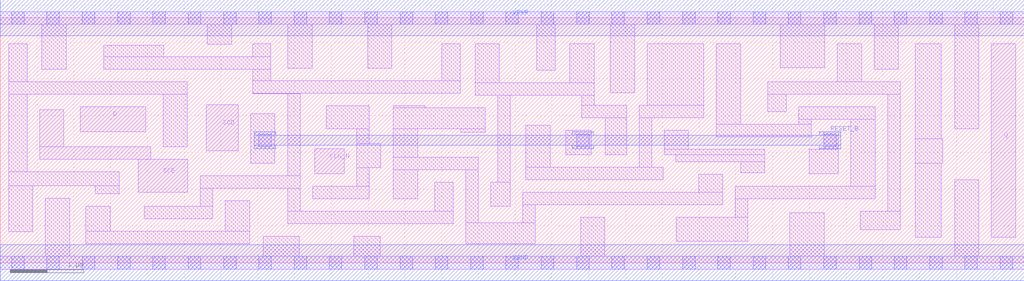
<source format=lef>
# Copyright 2020 The SkyWater PDK Authors
#
# Licensed under the Apache License, Version 2.0 (the "License");
# you may not use this file except in compliance with the License.
# You may obtain a copy of the License at
#
#     https://www.apache.org/licenses/LICENSE-2.0
#
# Unless required by applicable law or agreed to in writing, software
# distributed under the License is distributed on an "AS IS" BASIS,
# WITHOUT WARRANTIES OR CONDITIONS OF ANY KIND, either express or implied.
# See the License for the specific language governing permissions and
# limitations under the License.
#
# SPDX-License-Identifier: Apache-2.0

VERSION 5.7 ;
  NOWIREEXTENSIONATPIN ON ;
  DIVIDERCHAR "/" ;
  BUSBITCHARS "[]" ;
UNITS
  DATABASE MICRONS 200 ;
END UNITS
MACRO sky130_fd_sc_hs__sdfrtn_1
  CLASS CORE ;
  FOREIGN sky130_fd_sc_hs__sdfrtn_1 ;
  ORIGIN  0.000000  0.000000 ;
  SIZE  13.92000 BY  3.330000 ;
  SYMMETRY X Y R90 ;
  SITE unit ;
  PIN D
    ANTENNAGATEAREA  0.159000 ;
    DIRECTION INPUT ;
    USE SIGNAL ;
    PORT
      LAYER li1 ;
        RECT 1.085000 1.780000 1.980000 2.120000 ;
    END
  END D
  PIN Q
    ANTENNADIFFAREA  0.546900 ;
    DIRECTION OUTPUT ;
    USE SIGNAL ;
    PORT
      LAYER li1 ;
        RECT 13.475000 0.350000 13.805000 2.980000 ;
    END
  END Q
  PIN RESET_B
    ANTENNAGATEAREA  0.411000 ;
    DIRECTION INPUT ;
    USE SIGNAL ;
    PORT
      LAYER met1 ;
        RECT  3.455000 1.550000  3.745000 1.595000 ;
        RECT  3.455000 1.595000 11.425000 1.735000 ;
        RECT  3.455000 1.735000  3.745000 1.780000 ;
        RECT  7.775000 1.550000  8.065000 1.595000 ;
        RECT  7.775000 1.735000  8.065000 1.780000 ;
        RECT 11.135000 1.550000 11.425000 1.595000 ;
        RECT 11.135000 1.735000 11.425000 1.780000 ;
    END
  END RESET_B
  PIN SCD
    ANTENNAGATEAREA  0.159000 ;
    DIRECTION INPUT ;
    USE SIGNAL ;
    PORT
      LAYER li1 ;
        RECT 2.800000 1.525000 3.235000 2.150000 ;
    END
  END SCD
  PIN SCE
    ANTENNAGATEAREA  0.318000 ;
    DIRECTION INPUT ;
    USE SIGNAL ;
    PORT
      LAYER li1 ;
        RECT 0.535000 1.410000 2.045000 1.580000 ;
        RECT 0.535000 1.580000 0.865000 2.080000 ;
        RECT 1.875000 0.955000 2.550000 1.410000 ;
    END
  END SCE
  PIN CLK_N
    ANTENNAGATEAREA  0.279000 ;
    DIRECTION INPUT ;
    USE CLOCK ;
    PORT
      LAYER li1 ;
        RECT 4.275000 1.210000 4.675000 1.550000 ;
    END
  END CLK_N
  PIN VGND
    DIRECTION INOUT ;
    USE GROUND ;
    PORT
      LAYER met1 ;
        RECT 0.000000 -0.245000 13.920000 0.245000 ;
    END
  END VGND
  PIN VPWR
    DIRECTION INOUT ;
    USE POWER ;
    PORT
      LAYER met1 ;
        RECT 0.000000 3.085000 13.920000 3.575000 ;
    END
  END VPWR
  OBS
    LAYER li1 ;
      RECT  0.000000 -0.085000 13.920000 0.085000 ;
      RECT  0.000000  3.245000 13.920000 3.415000 ;
      RECT  0.115000  0.420000  0.445000 1.050000 ;
      RECT  0.115000  1.050000  1.620000 1.240000 ;
      RECT  0.115000  1.240000  0.365000 2.290000 ;
      RECT  0.115000  2.290000  2.545000 2.460000 ;
      RECT  0.115000  2.460000  0.365000 2.980000 ;
      RECT  0.565000  2.630000  0.895000 3.245000 ;
      RECT  0.615000  0.085000  0.945000 0.880000 ;
      RECT  1.165000  0.255000  3.390000 0.425000 ;
      RECT  1.165000  0.425000  1.495000 0.765000 ;
      RECT  1.290000  0.935000  1.620000 1.050000 ;
      RECT  1.405000  2.630000  3.680000 2.800000 ;
      RECT  1.405000  2.800000  2.220000 2.960000 ;
      RECT  1.955000  0.595000  2.890000 0.765000 ;
      RECT  2.215000  1.580000  2.545000 2.290000 ;
      RECT  2.720000  0.765000  2.890000 1.015000 ;
      RECT  2.720000  1.015000  4.075000 1.185000 ;
      RECT  2.815000  2.970000  3.145000 3.245000 ;
      RECT  3.060000  0.425000  3.390000 0.845000 ;
      RECT  3.405000  1.355000  3.735000 2.025000 ;
      RECT  3.430000  2.300000  4.075000 2.305000 ;
      RECT  3.430000  2.305000  6.255000 2.475000 ;
      RECT  3.430000  2.475000  3.680000 2.630000 ;
      RECT  3.430000  2.800000  3.680000 2.980000 ;
      RECT  3.575000  0.085000  4.065000 0.360000 ;
      RECT  3.905000  0.530000  6.155000 0.700000 ;
      RECT  3.905000  0.700000  4.075000 1.015000 ;
      RECT  3.905000  1.185000  4.075000 2.300000 ;
      RECT  3.910000  2.645000  4.240000 3.245000 ;
      RECT  4.245000  0.870000  5.015000 1.040000 ;
      RECT  4.435000  1.820000  5.015000 2.135000 ;
      RECT  4.805000  0.085000  5.165000 0.360000 ;
      RECT  4.845000  1.040000  5.015000 1.290000 ;
      RECT  4.845000  1.290000  5.175000 1.620000 ;
      RECT  4.845000  1.620000  5.015000 1.820000 ;
      RECT  4.995000  2.645000  5.325000 3.245000 ;
      RECT  5.345000  0.870000  5.675000 1.265000 ;
      RECT  5.345000  1.265000  6.495000 1.435000 ;
      RECT  5.345000  1.435000  5.675000 1.820000 ;
      RECT  5.345000  1.820000  6.590000 2.105000 ;
      RECT  5.345000  2.105000  5.775000 2.135000 ;
      RECT  5.905000  0.700000  6.155000 1.095000 ;
      RECT  6.005000  2.475000  6.255000 2.980000 ;
      RECT  6.260000  1.775000  6.590000 1.820000 ;
      RECT  6.325000  0.255000  7.270000 0.545000 ;
      RECT  6.325000  0.545000  6.495000 1.265000 ;
      RECT  6.455000  2.275000  8.075000 2.445000 ;
      RECT  6.455000  2.445000  6.785000 2.980000 ;
      RECT  6.665000  0.765000  6.930000 1.095000 ;
      RECT  6.760000  1.095000  6.930000 2.275000 ;
      RECT  7.100000  0.545000  7.270000 0.790000 ;
      RECT  7.100000  0.790000  9.825000 0.960000 ;
      RECT  7.145000  1.130000  9.010000 1.300000 ;
      RECT  7.145000  1.300000  7.475000 1.870000 ;
      RECT  7.295000  2.615000  7.545000 3.245000 ;
      RECT  7.685000  1.470000  8.035000 1.800000 ;
      RECT  7.745000  2.445000  8.075000 2.980000 ;
      RECT  7.890000  0.085000  8.220000 0.620000 ;
      RECT  7.905000  1.970000  8.520000 2.140000 ;
      RECT  7.905000  2.140000  8.075000 2.275000 ;
      RECT  8.225000  1.470000  8.520000 1.970000 ;
      RECT  8.295000  2.310000  8.625000 3.245000 ;
      RECT  8.690000  1.300000  8.860000 1.970000 ;
      RECT  8.690000  1.970000  9.565000 2.140000 ;
      RECT  8.795000  2.140000  9.565000 2.980000 ;
      RECT  9.030000  1.470000 10.395000 1.540000 ;
      RECT  9.030000  1.540000  9.350000 1.800000 ;
      RECT  9.180000  1.370000 10.395000 1.470000 ;
      RECT  9.190000  0.290000 10.165000 0.620000 ;
      RECT  9.495000  0.960000  9.825000 1.200000 ;
      RECT  9.735000  1.710000 11.025000 1.880000 ;
      RECT  9.735000  1.880000 10.065000 2.980000 ;
      RECT  9.995000  0.620000 10.165000 0.870000 ;
      RECT  9.995000  0.870000 11.895000 1.040000 ;
      RECT 10.065000  1.225000 10.395000 1.370000 ;
      RECT 10.435000  2.050000 10.685000 2.290000 ;
      RECT 10.435000  2.290000 12.235000 2.460000 ;
      RECT 10.605000  2.650000 11.210000 3.245000 ;
      RECT 10.730000  0.085000 11.200000 0.680000 ;
      RECT 10.855000  1.880000 11.025000 1.950000 ;
      RECT 10.855000  1.950000 11.895000 2.120000 ;
      RECT 10.995000  1.210000 11.395000 1.540000 ;
      RECT 11.195000  1.540000 11.395000 1.780000 ;
      RECT 11.380000  2.460000 11.710000 2.980000 ;
      RECT 11.565000  1.040000 11.895000 1.950000 ;
      RECT 11.690000  0.450000 12.235000 0.700000 ;
      RECT 11.880000  2.630000 12.210000 3.245000 ;
      RECT 12.065000  0.700000 12.235000 2.290000 ;
      RECT 12.440000  0.350000 12.795000 1.355000 ;
      RECT 12.440000  1.355000 12.810000 1.685000 ;
      RECT 12.440000  1.685000 12.795000 2.980000 ;
      RECT 12.975000  0.085000 13.305000 1.130000 ;
      RECT 12.975000  1.820000 13.305000 3.245000 ;
    LAYER mcon ;
      RECT  0.155000 -0.085000  0.325000 0.085000 ;
      RECT  0.155000  3.245000  0.325000 3.415000 ;
      RECT  0.635000 -0.085000  0.805000 0.085000 ;
      RECT  0.635000  3.245000  0.805000 3.415000 ;
      RECT  1.115000 -0.085000  1.285000 0.085000 ;
      RECT  1.115000  3.245000  1.285000 3.415000 ;
      RECT  1.595000 -0.085000  1.765000 0.085000 ;
      RECT  1.595000  3.245000  1.765000 3.415000 ;
      RECT  2.075000 -0.085000  2.245000 0.085000 ;
      RECT  2.075000  3.245000  2.245000 3.415000 ;
      RECT  2.555000 -0.085000  2.725000 0.085000 ;
      RECT  2.555000  3.245000  2.725000 3.415000 ;
      RECT  3.035000 -0.085000  3.205000 0.085000 ;
      RECT  3.035000  3.245000  3.205000 3.415000 ;
      RECT  3.515000 -0.085000  3.685000 0.085000 ;
      RECT  3.515000  1.580000  3.685000 1.750000 ;
      RECT  3.515000  3.245000  3.685000 3.415000 ;
      RECT  3.995000 -0.085000  4.165000 0.085000 ;
      RECT  3.995000  3.245000  4.165000 3.415000 ;
      RECT  4.475000 -0.085000  4.645000 0.085000 ;
      RECT  4.475000  3.245000  4.645000 3.415000 ;
      RECT  4.955000 -0.085000  5.125000 0.085000 ;
      RECT  4.955000  3.245000  5.125000 3.415000 ;
      RECT  5.435000 -0.085000  5.605000 0.085000 ;
      RECT  5.435000  3.245000  5.605000 3.415000 ;
      RECT  5.915000 -0.085000  6.085000 0.085000 ;
      RECT  5.915000  3.245000  6.085000 3.415000 ;
      RECT  6.395000 -0.085000  6.565000 0.085000 ;
      RECT  6.395000  3.245000  6.565000 3.415000 ;
      RECT  6.875000 -0.085000  7.045000 0.085000 ;
      RECT  6.875000  3.245000  7.045000 3.415000 ;
      RECT  7.355000 -0.085000  7.525000 0.085000 ;
      RECT  7.355000  3.245000  7.525000 3.415000 ;
      RECT  7.835000 -0.085000  8.005000 0.085000 ;
      RECT  7.835000  1.580000  8.005000 1.750000 ;
      RECT  7.835000  3.245000  8.005000 3.415000 ;
      RECT  8.315000 -0.085000  8.485000 0.085000 ;
      RECT  8.315000  3.245000  8.485000 3.415000 ;
      RECT  8.795000 -0.085000  8.965000 0.085000 ;
      RECT  8.795000  3.245000  8.965000 3.415000 ;
      RECT  9.275000 -0.085000  9.445000 0.085000 ;
      RECT  9.275000  3.245000  9.445000 3.415000 ;
      RECT  9.755000 -0.085000  9.925000 0.085000 ;
      RECT  9.755000  3.245000  9.925000 3.415000 ;
      RECT 10.235000 -0.085000 10.405000 0.085000 ;
      RECT 10.235000  3.245000 10.405000 3.415000 ;
      RECT 10.715000 -0.085000 10.885000 0.085000 ;
      RECT 10.715000  3.245000 10.885000 3.415000 ;
      RECT 11.195000 -0.085000 11.365000 0.085000 ;
      RECT 11.195000  1.580000 11.365000 1.750000 ;
      RECT 11.195000  3.245000 11.365000 3.415000 ;
      RECT 11.675000 -0.085000 11.845000 0.085000 ;
      RECT 11.675000  3.245000 11.845000 3.415000 ;
      RECT 12.155000 -0.085000 12.325000 0.085000 ;
      RECT 12.155000  3.245000 12.325000 3.415000 ;
      RECT 12.635000 -0.085000 12.805000 0.085000 ;
      RECT 12.635000  3.245000 12.805000 3.415000 ;
      RECT 13.115000 -0.085000 13.285000 0.085000 ;
      RECT 13.115000  3.245000 13.285000 3.415000 ;
      RECT 13.595000 -0.085000 13.765000 0.085000 ;
      RECT 13.595000  3.245000 13.765000 3.415000 ;
  END
END sky130_fd_sc_hs__sdfrtn_1
END LIBRARY

</source>
